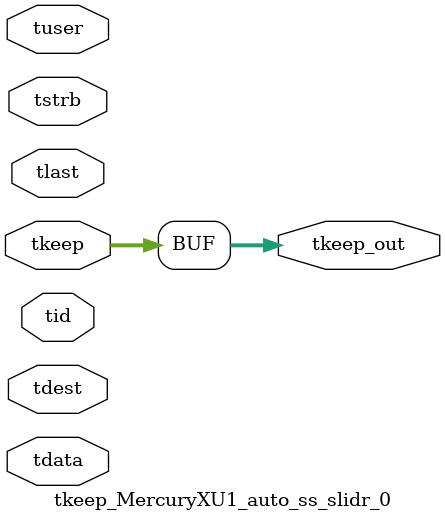
<source format=v>


`timescale 1ps/1ps

module tkeep_MercuryXU1_auto_ss_slidr_0 #
(
parameter C_S_AXIS_TDATA_WIDTH = 32,
parameter C_S_AXIS_TUSER_WIDTH = 0,
parameter C_S_AXIS_TID_WIDTH   = 0,
parameter C_S_AXIS_TDEST_WIDTH = 0,
parameter C_M_AXIS_TDATA_WIDTH = 32
)
(
input  [(C_S_AXIS_TDATA_WIDTH == 0 ? 1 : C_S_AXIS_TDATA_WIDTH)-1:0     ] tdata,
input  [(C_S_AXIS_TUSER_WIDTH == 0 ? 1 : C_S_AXIS_TUSER_WIDTH)-1:0     ] tuser,
input  [(C_S_AXIS_TID_WIDTH   == 0 ? 1 : C_S_AXIS_TID_WIDTH)-1:0       ] tid,
input  [(C_S_AXIS_TDEST_WIDTH == 0 ? 1 : C_S_AXIS_TDEST_WIDTH)-1:0     ] tdest,
input  [(C_S_AXIS_TDATA_WIDTH/8)-1:0 ] tkeep,
input  [(C_S_AXIS_TDATA_WIDTH/8)-1:0 ] tstrb,
input                                                                    tlast,
output [(C_M_AXIS_TDATA_WIDTH/8)-1:0 ] tkeep_out
);

assign tkeep_out = {tkeep[3:0]};

endmodule


</source>
